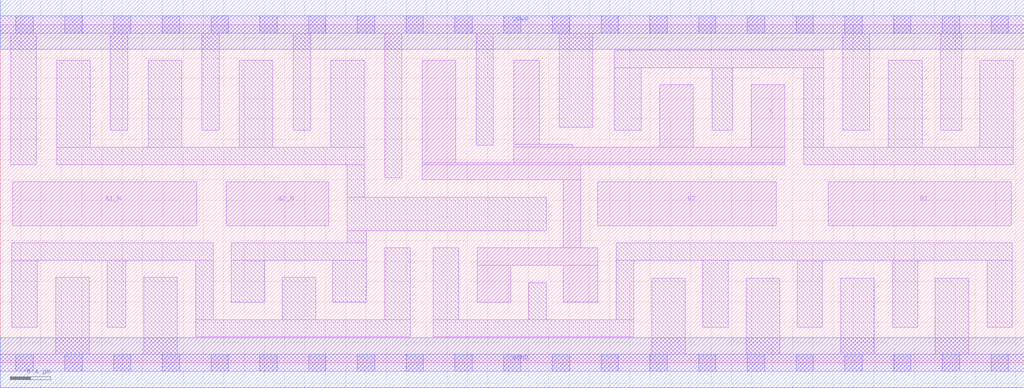
<source format=lef>
# Copyright 2020 The SkyWater PDK Authors
#
# Licensed under the Apache License, Version 2.0 (the "License");
# you may not use this file except in compliance with the License.
# You may obtain a copy of the License at
#
#     https://www.apache.org/licenses/LICENSE-2.0
#
# Unless required by applicable law or agreed to in writing, software
# distributed under the License is distributed on an "AS IS" BASIS,
# WITHOUT WARRANTIES OR CONDITIONS OF ANY KIND, either express or implied.
# See the License for the specific language governing permissions and
# limitations under the License.
#
# SPDX-License-Identifier: Apache-2.0

VERSION 5.7 ;
  NAMESCASESENSITIVE ON ;
  NOWIREEXTENSIONATPIN ON ;
  DIVIDERCHAR "/" ;
  BUSBITCHARS "[]" ;
UNITS
  DATABASE MICRONS 200 ;
END UNITS
MACRO sky130_fd_sc_ls__o2bb2ai_4
  CLASS CORE ;
  SOURCE USER ;
  FOREIGN sky130_fd_sc_ls__o2bb2ai_4 ;
  ORIGIN  0.000000  0.000000 ;
  SIZE  10.08000 BY  3.330000 ;
  SYMMETRY X Y ;
  SITE unit ;
  PIN A1_N
    ANTENNAGATEAREA  1.116000 ;
    DIRECTION INPUT ;
    USE SIGNAL ;
    PORT
      LAYER li1 ;
        RECT 0.125000 1.350000 1.935000 1.780000 ;
    END
  END A1_N
  PIN A2_N
    ANTENNAGATEAREA  1.116000 ;
    DIRECTION INPUT ;
    USE SIGNAL ;
    PORT
      LAYER li1 ;
        RECT 2.225000 1.350000 3.235000 1.780000 ;
    END
  END A2_N
  PIN B1
    ANTENNAGATEAREA  1.116000 ;
    DIRECTION INPUT ;
    USE SIGNAL ;
    PORT
      LAYER li1 ;
        RECT 8.150000 1.350000 9.955000 1.780000 ;
    END
  END B1
  PIN B2
    ANTENNAGATEAREA  1.116000 ;
    DIRECTION INPUT ;
    USE SIGNAL ;
    PORT
      LAYER li1 ;
        RECT 5.885000 1.350000 7.640000 1.780000 ;
    END
  END B2
  PIN Y
    ANTENNADIFFAREA  1.758400 ;
    DIRECTION OUTPUT ;
    USE SIGNAL ;
    PORT
      LAYER li1 ;
        RECT 4.155000 1.800000 5.715000 1.950000 ;
        RECT 4.155000 1.950000 7.725000 1.970000 ;
        RECT 4.155000 1.970000 4.485000 2.980000 ;
        RECT 4.695000 0.595000 5.025000 0.960000 ;
        RECT 4.695000 0.960000 5.885000 1.130000 ;
        RECT 5.055000 1.970000 7.725000 2.120000 ;
        RECT 5.055000 2.120000 5.635000 2.150000 ;
        RECT 5.055000 2.150000 5.305000 2.980000 ;
        RECT 5.545000 0.595000 5.885000 0.960000 ;
        RECT 5.545000 1.130000 5.715000 1.800000 ;
        RECT 6.495000 2.120000 6.825000 2.735000 ;
        RECT 7.395000 2.120000 7.725000 2.735000 ;
    END
  END Y
  PIN VGND
    DIRECTION INOUT ;
    SHAPE ABUTMENT ;
    USE GROUND ;
    PORT
      LAYER met1 ;
        RECT 0.000000 -0.245000 10.080000 0.245000 ;
    END
  END VGND
  PIN VPWR
    DIRECTION INOUT ;
    SHAPE ABUTMENT ;
    USE POWER ;
    PORT
      LAYER met1 ;
        RECT 0.000000 3.085000 10.080000 3.575000 ;
    END
  END VPWR
  OBS
    LAYER li1 ;
      RECT 0.000000 -0.085000 10.080000 0.085000 ;
      RECT 0.000000  3.245000 10.080000 3.415000 ;
      RECT 0.105000  1.950000  0.355000 3.245000 ;
      RECT 0.115000  0.350000  0.365000 1.010000 ;
      RECT 0.115000  1.010000  2.095000 1.180000 ;
      RECT 0.545000  0.085000  0.875000 0.840000 ;
      RECT 0.555000  1.950000  3.585000 2.120000 ;
      RECT 0.555000  2.120000  0.885000 2.980000 ;
      RECT 1.055000  0.350000  1.235000 1.010000 ;
      RECT 1.085000  2.290000  1.255000 3.245000 ;
      RECT 1.415000  0.085000  1.745000 0.840000 ;
      RECT 1.455000  2.120000  1.785000 2.980000 ;
      RECT 1.925000  0.255000  4.035000 0.425000 ;
      RECT 1.925000  0.425000  2.095000 1.010000 ;
      RECT 1.985000  2.290000  2.155000 3.245000 ;
      RECT 2.275000  0.595000  2.605000 1.010000 ;
      RECT 2.275000  1.010000  3.605000 1.180000 ;
      RECT 2.355000  2.120000  2.685000 2.980000 ;
      RECT 2.775000  0.425000  3.105000 0.840000 ;
      RECT 2.885000  2.290000  3.055000 3.245000 ;
      RECT 3.255000  2.120000  3.585000 2.980000 ;
      RECT 3.275000  0.595000  3.605000 1.010000 ;
      RECT 3.415000  1.180000  3.605000 1.300000 ;
      RECT 3.415000  1.300000  5.375000 1.630000 ;
      RECT 3.415000  1.630000  3.585000 1.950000 ;
      RECT 3.785000  0.425000  4.035000 1.130000 ;
      RECT 3.785000  1.820000  3.955000 3.245000 ;
      RECT 4.265000  0.255000  6.235000 0.425000 ;
      RECT 4.265000  0.425000  4.515000 1.130000 ;
      RECT 4.685000  2.140000  4.855000 3.245000 ;
      RECT 5.205000  0.425000  5.375000 0.790000 ;
      RECT 5.505000  2.320000  5.835000 3.245000 ;
      RECT 6.045000  2.290000  6.310000 2.905000 ;
      RECT 6.045000  2.905000  8.110000 3.075000 ;
      RECT 6.065000  0.425000  6.235000 1.010000 ;
      RECT 6.065000  1.010000  9.965000 1.180000 ;
      RECT 6.415000  0.085000  6.745000 0.830000 ;
      RECT 6.915000  0.350000  7.165000 1.010000 ;
      RECT 7.010000  2.290000  7.210000 2.905000 ;
      RECT 7.345000  0.085000  7.675000 0.830000 ;
      RECT 7.845000  0.350000  8.095000 1.010000 ;
      RECT 7.910000  1.950000  9.975000 2.120000 ;
      RECT 7.910000  2.120000  8.110000 2.905000 ;
      RECT 8.275000  0.085000  8.605000 0.830000 ;
      RECT 8.295000  2.290000  8.560000 3.245000 ;
      RECT 8.745000  2.120000  9.075000 2.980000 ;
      RECT 8.785000  0.350000  9.035000 1.010000 ;
      RECT 9.205000  0.085000  9.535000 0.830000 ;
      RECT 9.260000  2.290000  9.465000 3.245000 ;
      RECT 9.645000  2.120000  9.975000 2.980000 ;
      RECT 9.715000  0.350000  9.965000 1.010000 ;
    LAYER mcon ;
      RECT 0.155000 -0.085000 0.325000 0.085000 ;
      RECT 0.155000  3.245000 0.325000 3.415000 ;
      RECT 0.635000 -0.085000 0.805000 0.085000 ;
      RECT 0.635000  3.245000 0.805000 3.415000 ;
      RECT 1.115000 -0.085000 1.285000 0.085000 ;
      RECT 1.115000  3.245000 1.285000 3.415000 ;
      RECT 1.595000 -0.085000 1.765000 0.085000 ;
      RECT 1.595000  3.245000 1.765000 3.415000 ;
      RECT 2.075000 -0.085000 2.245000 0.085000 ;
      RECT 2.075000  3.245000 2.245000 3.415000 ;
      RECT 2.555000 -0.085000 2.725000 0.085000 ;
      RECT 2.555000  3.245000 2.725000 3.415000 ;
      RECT 3.035000 -0.085000 3.205000 0.085000 ;
      RECT 3.035000  3.245000 3.205000 3.415000 ;
      RECT 3.515000 -0.085000 3.685000 0.085000 ;
      RECT 3.515000  3.245000 3.685000 3.415000 ;
      RECT 3.995000 -0.085000 4.165000 0.085000 ;
      RECT 3.995000  3.245000 4.165000 3.415000 ;
      RECT 4.475000 -0.085000 4.645000 0.085000 ;
      RECT 4.475000  3.245000 4.645000 3.415000 ;
      RECT 4.955000 -0.085000 5.125000 0.085000 ;
      RECT 4.955000  3.245000 5.125000 3.415000 ;
      RECT 5.435000 -0.085000 5.605000 0.085000 ;
      RECT 5.435000  3.245000 5.605000 3.415000 ;
      RECT 5.915000 -0.085000 6.085000 0.085000 ;
      RECT 5.915000  3.245000 6.085000 3.415000 ;
      RECT 6.395000 -0.085000 6.565000 0.085000 ;
      RECT 6.395000  3.245000 6.565000 3.415000 ;
      RECT 6.875000 -0.085000 7.045000 0.085000 ;
      RECT 6.875000  3.245000 7.045000 3.415000 ;
      RECT 7.355000 -0.085000 7.525000 0.085000 ;
      RECT 7.355000  3.245000 7.525000 3.415000 ;
      RECT 7.835000 -0.085000 8.005000 0.085000 ;
      RECT 7.835000  3.245000 8.005000 3.415000 ;
      RECT 8.315000 -0.085000 8.485000 0.085000 ;
      RECT 8.315000  3.245000 8.485000 3.415000 ;
      RECT 8.795000 -0.085000 8.965000 0.085000 ;
      RECT 8.795000  3.245000 8.965000 3.415000 ;
      RECT 9.275000 -0.085000 9.445000 0.085000 ;
      RECT 9.275000  3.245000 9.445000 3.415000 ;
      RECT 9.755000 -0.085000 9.925000 0.085000 ;
      RECT 9.755000  3.245000 9.925000 3.415000 ;
  END
END sky130_fd_sc_ls__o2bb2ai_4
END LIBRARY

</source>
